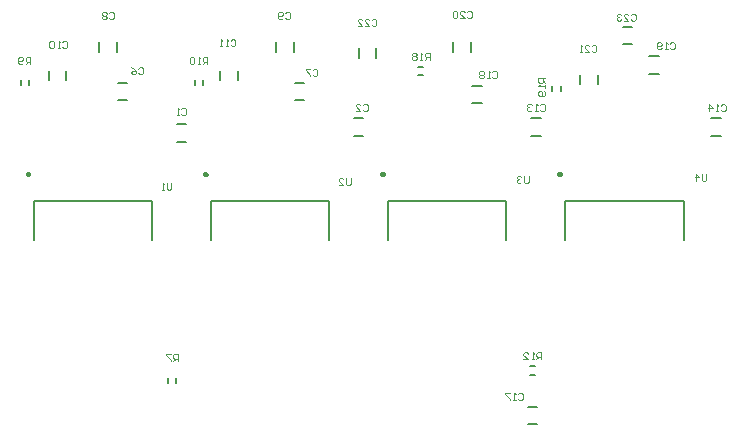
<source format=gbo>
%FSTAX42Y42*%
%MOMM*%
%SFA1B1*%

%IPPOS*%
%ADD44C,0.250000*%
%ADD45C,0.200000*%
%ADD49C,0.120000*%
%LNwhey_agr_agr_pcb-1*%
%LPD*%
G54D44*
X000961Y002224D02*
D01*
X000961Y002225*
X000961Y002226*
X000961Y002227*
X000961Y002228*
X000961Y002229*
X00096Y002229*
X00096Y00223*
X00096Y002231*
X000959Y002232*
X000959Y002232*
X000958Y002233*
X000958Y002233*
X000957Y002234*
X000956Y002234*
X000955Y002235*
X000955Y002235*
X000954Y002236*
X000953Y002236*
X000952Y002236*
X000952Y002236*
X000951Y002236*
X00095Y002236*
X000949*
X000948Y002236*
X000947Y002236*
X000947Y002236*
X000946Y002236*
X000945Y002236*
X000944Y002235*
X000943Y002235*
X000943Y002234*
X000942Y002234*
X000941Y002233*
X000941Y002233*
X00094Y002232*
X00094Y002232*
X000939Y002231*
X000939Y00223*
X000939Y002229*
X000938Y002229*
X000938Y002228*
X000938Y002227*
X000938Y002226*
X000938Y002225*
X000937Y002224*
X000938Y002224*
X000938Y002223*
X000938Y002222*
X000938Y002221*
X000938Y00222*
X000939Y00222*
X000939Y002219*
X000939Y002218*
X00094Y002217*
X00094Y002217*
X000941Y002216*
X000941Y002216*
X000942Y002215*
X000943Y002215*
X000943Y002214*
X000944Y002214*
X000945Y002213*
X000946Y002213*
X000947Y002213*
X000947Y002213*
X000948Y002213*
X000949Y002213*
X00095*
X000951Y002213*
X000952Y002213*
X000952Y002213*
X000953Y002213*
X000954Y002213*
X000955Y002214*
X000955Y002214*
X000956Y002215*
X000957Y002215*
X000958Y002216*
X000958Y002216*
X000959Y002217*
X000959Y002217*
X00096Y002218*
X00096Y002219*
X00096Y00222*
X000961Y00222*
X000961Y002221*
X000961Y002222*
X000961Y002223*
X000961Y002224*
X000961Y002224*
X003961D02*
D01*
X003961Y002225*
X003961Y002226*
X003961Y002227*
X003961Y002228*
X003961Y002229*
X00396Y002229*
X00396Y00223*
X00396Y002231*
X003959Y002232*
X003959Y002232*
X003958Y002233*
X003958Y002233*
X003957Y002234*
X003956Y002234*
X003955Y002235*
X003955Y002235*
X003954Y002236*
X003953Y002236*
X003952Y002236*
X003952Y002236*
X003951Y002236*
X00395Y002236*
X003949*
X003948Y002236*
X003947Y002236*
X003947Y002236*
X003946Y002236*
X003945Y002236*
X003944Y002235*
X003943Y002235*
X003943Y002234*
X003942Y002234*
X003941Y002233*
X003941Y002233*
X00394Y002232*
X00394Y002232*
X003939Y002231*
X003939Y00223*
X003939Y002229*
X003938Y002229*
X003938Y002228*
X003938Y002227*
X003938Y002226*
X003938Y002225*
X003937Y002224*
X003938Y002224*
X003938Y002223*
X003938Y002222*
X003938Y002221*
X003938Y00222*
X003939Y00222*
X003939Y002219*
X003939Y002218*
X00394Y002217*
X00394Y002217*
X003941Y002216*
X003941Y002216*
X003942Y002215*
X003943Y002215*
X003943Y002214*
X003944Y002214*
X003945Y002213*
X003946Y002213*
X003947Y002213*
X003947Y002213*
X003948Y002213*
X003949Y002213*
X00395*
X003951Y002213*
X003952Y002213*
X003952Y002213*
X003953Y002213*
X003954Y002213*
X003955Y002214*
X003955Y002214*
X003956Y002215*
X003957Y002215*
X003958Y002216*
X003958Y002216*
X003959Y002217*
X003959Y002217*
X00396Y002218*
X00396Y002219*
X00396Y00222*
X003961Y00222*
X003961Y002221*
X003961Y002222*
X003961Y002223*
X003961Y002224*
X003961Y002224*
X005461D02*
D01*
X005461Y002225*
X005461Y002226*
X005461Y002227*
X005461Y002228*
X005461Y002229*
X00546Y002229*
X00546Y00223*
X00546Y002231*
X005459Y002232*
X005459Y002232*
X005458Y002233*
X005458Y002233*
X005457Y002234*
X005456Y002234*
X005455Y002235*
X005455Y002235*
X005454Y002236*
X005453Y002236*
X005452Y002236*
X005452Y002236*
X005451Y002236*
X00545Y002236*
X005449*
X005448Y002236*
X005447Y002236*
X005447Y002236*
X005446Y002236*
X005445Y002236*
X005444Y002235*
X005443Y002235*
X005443Y002234*
X005442Y002234*
X005441Y002233*
X005441Y002233*
X00544Y002232*
X00544Y002232*
X005439Y002231*
X005439Y00223*
X005439Y002229*
X005438Y002229*
X005438Y002228*
X005438Y002227*
X005438Y002226*
X005438Y002225*
X005437Y002224*
X005438Y002224*
X005438Y002223*
X005438Y002222*
X005438Y002221*
X005438Y00222*
X005439Y00222*
X005439Y002219*
X005439Y002218*
X00544Y002217*
X00544Y002217*
X005441Y002216*
X005441Y002216*
X005442Y002215*
X005443Y002215*
X005443Y002214*
X005444Y002214*
X005445Y002213*
X005446Y002213*
X005447Y002213*
X005447Y002213*
X005448Y002213*
X005449Y002213*
X00545*
X005451Y002213*
X005452Y002213*
X005452Y002213*
X005453Y002213*
X005454Y002213*
X005455Y002214*
X005455Y002214*
X005456Y002215*
X005457Y002215*
X005458Y002216*
X005458Y002216*
X005459Y002217*
X005459Y002217*
X00546Y002218*
X00546Y002219*
X00546Y00222*
X005461Y00222*
X005461Y002221*
X005461Y002222*
X005461Y002223*
X005461Y002224*
X005461Y002224*
X002461D02*
D01*
X002461Y002225*
X002461Y002226*
X002461Y002227*
X002461Y002228*
X002461Y002229*
X00246Y002229*
X00246Y00223*
X00246Y002231*
X002459Y002232*
X002459Y002232*
X002458Y002233*
X002458Y002233*
X002457Y002234*
X002456Y002234*
X002455Y002235*
X002455Y002235*
X002454Y002236*
X002453Y002236*
X002452Y002236*
X002452Y002236*
X002451Y002236*
X00245Y002236*
X002449*
X002448Y002236*
X002447Y002236*
X002447Y002236*
X002446Y002236*
X002445Y002236*
X002444Y002235*
X002443Y002235*
X002443Y002234*
X002442Y002234*
X002441Y002233*
X002441Y002233*
X00244Y002232*
X00244Y002232*
X002439Y002231*
X002439Y00223*
X002439Y002229*
X002438Y002229*
X002438Y002228*
X002438Y002227*
X002438Y002226*
X002438Y002225*
X002437Y002224*
X002438Y002224*
X002438Y002223*
X002438Y002222*
X002438Y002221*
X002438Y00222*
X002439Y00222*
X002439Y002219*
X002439Y002218*
X00244Y002217*
X00244Y002217*
X002441Y002216*
X002441Y002216*
X002442Y002215*
X002443Y002215*
X002443Y002214*
X002444Y002214*
X002445Y002213*
X002446Y002213*
X002447Y002213*
X002447Y002213*
X002448Y002213*
X002449Y002213*
X00245*
X002451Y002213*
X002452Y002213*
X002452Y002213*
X002453Y002213*
X002454Y002213*
X002455Y002214*
X002455Y002214*
X002456Y002215*
X002457Y002215*
X002458Y002216*
X002458Y002216*
X002459Y002217*
X002459Y002217*
X00246Y002218*
X00246Y002219*
X00246Y00222*
X002461Y00222*
X002461Y002221*
X002461Y002222*
X002461Y002223*
X002461Y002224*
X002461Y002224*
G54D45*
X005984Y003474D02*
X006064D01*
X005984Y003324D02*
X006064D01*
X002364Y002979D02*
Y003019D01*
X002434Y002979D02*
Y003019D01*
X002574D02*
Y003099D01*
X002724Y003019D02*
Y003099D01*
X002203Y00046D02*
Y0005D01*
X002133Y00046D02*
Y0005D01*
X00518Y000255D02*
X00526D01*
X00518Y000105D02*
X00526D01*
X005198Y000596D02*
X005238D01*
X005198Y000527D02*
X005238D01*
X000999Y001664D02*
Y001999D01*
X001999*
Y001664D02*
Y001999D01*
X003999Y001664D02*
Y001999D01*
X004999*
Y001664D02*
Y001999D01*
X005499Y001664D02*
Y001999D01*
X006499*
Y001664D02*
Y001999D01*
X006734Y002699D02*
X006814D01*
X006734Y002549D02*
X006814D01*
X002209Y002649D02*
X002289D01*
X002209Y002499D02*
X002289D01*
X001709Y002849D02*
X001789D01*
X001709Y002999D02*
X001789D01*
X001549Y003259D02*
Y003339D01*
X001699Y003259D02*
Y003339D01*
X001124Y003019D02*
Y003099D01*
X001274Y003019D02*
Y003099D01*
X000889Y002979D02*
Y003019D01*
X000959Y002979D02*
Y003019D01*
X003049Y003259D02*
Y003339D01*
X003199Y003259D02*
Y003339D01*
X003209Y002849D02*
X003289D01*
X003209Y002999D02*
X003289D01*
X003749Y003209D02*
Y003289D01*
X003899Y003209D02*
Y003289D01*
X003709Y002699D02*
X003789D01*
X003709Y002549D02*
X003789D01*
X004254Y003134D02*
X004294D01*
X004254Y003064D02*
X004294D01*
X004709Y002824D02*
X004789D01*
X004709Y002974D02*
X004789D01*
X004549Y003259D02*
Y003339D01*
X004699Y003259D02*
Y003339D01*
X005209Y002699D02*
X005289D01*
X005209Y002549D02*
X005289D01*
X005389Y002929D02*
Y002969D01*
X005459Y002929D02*
Y002969D01*
X006209Y003074D02*
X006289D01*
X006209Y003224D02*
X006289D01*
X005624Y002984D02*
Y003064D01*
X005774Y002984D02*
Y003064D01*
X002499Y001664D02*
Y001999D01*
X003499*
Y001664D02*
Y001999D01*
G54D49*
X006693Y002228D02*
Y002178D01*
X006683Y002168*
X006663*
X006653Y002178*
Y002228*
X006604Y002168D02*
Y002228D01*
X006633Y002198*
X006593*
X005187Y002209D02*
Y002159D01*
X005177Y002149*
X005157*
X005147Y002159*
Y002209*
X005127Y002199D02*
X005117Y002209D01*
X005097*
X005087Y002199*
Y002189*
X005097Y002179*
X005107*
X005097*
X005087Y002169*
Y002159*
X005097Y002149*
X005117*
X005127Y002159*
X002161Y002153D02*
Y002103D01*
X002152Y002093*
X002132*
X002122Y002103*
Y002153*
X002102Y002093D02*
X002082D01*
X002092*
Y002153*
X002102Y002143*
X00533Y003037D02*
X00527D01*
Y003007*
X00528Y002997*
X0053*
X00531Y003007*
Y003037*
Y003017D02*
X00533Y002997D01*
Y002977D02*
Y002957D01*
Y002967*
X00527*
X00528Y002977*
X00532Y002927D02*
X00533Y002917D01*
Y002897*
X00532Y002887*
X00528*
X00527Y002897*
Y002917*
X00528Y002927*
X00529*
X0053Y002917*
Y002887*
X004349Y003193D02*
Y003253D01*
X004319*
X004309Y003243*
Y003223*
X004319Y003213*
X004349*
X004329D02*
X004309Y003193D01*
X004289D02*
X004269D01*
X004279*
Y003253*
X004289Y003243*
X004239D02*
X004229Y003253D01*
X004209*
X004199Y003243*
Y003233*
X004209Y003223*
X004199Y003213*
Y003203*
X004209Y003193*
X004229*
X004239Y003203*
Y003213*
X004229Y003223*
X004239Y003233*
Y003243*
X004229Y003223D02*
X004209D01*
X005293Y000655D02*
Y000715D01*
X005263*
X005253Y000705*
Y000685*
X005263Y000675*
X005293*
X005273D02*
X005253Y000655D01*
X005233D02*
X005213D01*
X005223*
Y000715*
X005233Y000705*
X005143Y000655D02*
X005183D01*
X005143Y000695*
Y000705*
X005153Y000715*
X005173*
X005183Y000705*
X002468Y003155D02*
Y003215D01*
X002438*
X002428Y003205*
Y003185*
X002438Y003175*
X002468*
X002448D02*
X002428Y003155D01*
X002408D02*
X002388D01*
X002398*
Y003215*
X002408Y003205*
X002358D02*
X002348Y003215D01*
X002328*
X002318Y003205*
Y003165*
X002328Y003155*
X002348*
X002358Y003165*
Y003205*
X000968Y003155D02*
Y003215D01*
X000938*
X000928Y003205*
Y003185*
X000938Y003175*
X000968*
X000948D02*
X000928Y003155D01*
X000908Y003165D02*
X000898Y003155D01*
X000878*
X000868Y003165*
Y003205*
X000878Y003215*
X000898*
X000908Y003205*
Y003195*
X000898Y003185*
X000868*
X002218Y000643D02*
Y000703D01*
X002188*
X002178Y000693*
Y000673*
X002188Y000663*
X002218*
X002198D02*
X002178Y000643D01*
X002159Y000703D02*
X002118D01*
Y000693*
X002159Y000653*
Y000643*
X006053Y003574D02*
X006063Y003584D01*
X006083*
X006093Y003574*
Y003534*
X006083Y003524*
X006063*
X006053Y003534*
X005993Y003524D02*
X006033D01*
X005993Y003564*
Y003574*
X006003Y003584*
X006023*
X006033Y003574*
X005973D02*
X005963Y003584D01*
X005943*
X005933Y003574*
Y003564*
X005943Y003554*
X005953*
X005943*
X005933Y003544*
Y003534*
X005943Y003524*
X005963*
X005973Y003534*
X003859Y00353D02*
X003869Y00354D01*
X003889*
X003899Y00353*
Y00349*
X003889Y00348*
X003869*
X003859Y00349*
X003799Y00348D02*
X003839D01*
X003799Y00352*
Y00353*
X00381Y00354*
X003829*
X003839Y00353*
X003739Y00348D02*
X003779D01*
X003739Y00352*
Y00353*
X003749Y00354*
X003769*
X003779Y00353*
X005722Y003305D02*
X005732Y003315D01*
X005752*
X005761Y003305*
Y003265*
X005752Y003255*
X005732*
X005722Y003265*
X005662Y003255D02*
X005702D01*
X005662Y003295*
Y003305*
X005672Y003315*
X005692*
X005702Y003305*
X005642Y003255D02*
X005622D01*
X005632*
Y003315*
X005642Y003305*
X004665Y003593D02*
X004675Y003603D01*
X004695*
X004705Y003593*
Y003553*
X004695Y003543*
X004675*
X004665Y003553*
X004605Y003543D02*
X004645D01*
X004605Y003583*
Y003593*
X004615Y003603*
X004635*
X004645Y003593*
X004585D02*
X004575Y003603D01*
X004555*
X004545Y003593*
Y003553*
X004555Y003543*
X004575*
X004585Y003553*
Y003593*
X006384Y00333D02*
X006394Y00334D01*
X006414*
X006424Y00333*
Y00329*
X006414Y00328*
X006394*
X006384Y00329*
X006364Y00328D02*
X006344D01*
X006354*
Y00334*
X006364Y00333*
X006314Y00329D02*
X006304Y00328D01*
X006284*
X006274Y00329*
Y00333*
X006284Y00334*
X006304*
X006314Y00333*
Y00332*
X006304Y00331*
X006274*
X004878Y003086D02*
X004888Y003096D01*
X004908*
X004918Y003086*
Y003046*
X004908Y003037*
X004888*
X004878Y003046*
X004858Y003037D02*
X004838D01*
X004848*
Y003096*
X004858Y003086*
X004808D02*
X004798Y003096D01*
X004778*
X004768Y003086*
Y003076*
X004778Y003066*
X004768Y003056*
Y003046*
X004778Y003037*
X004798*
X004808Y003046*
Y003056*
X004798Y003066*
X004808Y003076*
Y003086*
X004798Y003066D02*
X004778D01*
X005097Y000361D02*
X005107Y000371D01*
X005127*
X005137Y000361*
Y000321*
X005127Y000311*
X005107*
X005097Y000321*
X005077Y000311D02*
X005057D01*
X005067*
Y000371*
X005077Y000361*
X005027Y000371D02*
X004987D01*
Y000361*
X005027Y000321*
Y000311*
X006815Y002805D02*
X006825Y002815D01*
X006845*
X006855Y002805*
Y002765*
X006845Y002755*
X006825*
X006815Y002765*
X006795Y002755D02*
X006775D01*
X006785*
Y002815*
X006795Y002805*
X006715Y002755D02*
Y002815D01*
X006745Y002785*
X006705*
X005284Y002811D02*
X005294Y002821D01*
X005314*
X005324Y002811*
Y002771*
X005314Y002761*
X005294*
X005284Y002771*
X005264Y002761D02*
X005244D01*
X005254*
Y002821*
X005264Y002811*
X005214D02*
X005204Y002821D01*
X005184*
X005174Y002811*
Y002801*
X005184Y002791*
X005194*
X005184*
X005174Y002781*
Y002771*
X005184Y002761*
X005204*
X005214Y002771*
X002665Y003355D02*
X002675Y003365D01*
X002695*
X002705Y003355*
Y003315*
X002695Y003305*
X002675*
X002665Y003315*
X002645Y003305D02*
X002625D01*
X002635*
Y003365*
X002645Y003355*
X002595Y003305D02*
X002575D01*
X002585*
Y003365*
X002595Y003355*
X00124Y003343D02*
X00125Y003353D01*
X00127*
X00128Y003343*
Y003303*
X00127Y003293*
X00125*
X00124Y003303*
X00122Y003293D02*
X0012D01*
X00121*
Y003353*
X00122Y003343*
X00117D02*
X00116Y003353D01*
X00114*
X00113Y003343*
Y003303*
X00114Y003293*
X00116*
X00117Y003303*
Y003343*
X003128Y003586D02*
X003138Y003596D01*
X003158*
X003168Y003586*
Y003546*
X003158Y003537*
X003138*
X003128Y003546*
X003108D02*
X003098Y003537D01*
X003078*
X003068Y003546*
Y003586*
X003078Y003596*
X003098*
X003108Y003586*
Y003576*
X003098Y003566*
X003068*
X001634Y003586D02*
X001644Y003596D01*
X001664*
X001674Y003586*
Y003546*
X001664Y003537*
X001644*
X001634Y003546*
X001614Y003586D02*
X001604Y003596D01*
X001584*
X001574Y003586*
Y003576*
X001584Y003566*
X001574Y003556*
Y003546*
X001584Y003537*
X001604*
X001614Y003546*
Y003556*
X001604Y003566*
X001614Y003576*
Y003586*
X001604Y003566D02*
X001584D01*
X003359Y003105D02*
X003369Y003115D01*
X003389*
X003399Y003105*
Y003065*
X003389Y003055*
X003369*
X003359Y003065*
X003339Y003115D02*
X003299D01*
Y003105*
X003339Y003065*
Y003055*
X001884Y003118D02*
X001894Y003128D01*
X001914*
X001924Y003118*
Y003078*
X001914Y003068*
X001894*
X001884Y003078*
X001824Y003128D02*
X001844Y003118D01*
X001864Y003098*
Y003078*
X001854Y003068*
X001834*
X001824Y003078*
Y003088*
X001834Y003098*
X001864*
X003784Y002811D02*
X003794Y002821D01*
X003814*
X003824Y002811*
Y002771*
X003814Y002761*
X003794*
X003784Y002771*
X003724Y002761D02*
X003764D01*
X003724Y002801*
Y002811*
X003734Y002821*
X003754*
X003764Y002811*
X002247Y002774D02*
X002257Y002784D01*
X002277*
X002287Y002774*
Y002734*
X002277Y002724*
X002257*
X002247Y002734*
X002227Y002724D02*
X002207D01*
X002217*
Y002784*
X002227Y002774*
X00368Y00219D02*
Y00214D01*
X00367Y00213*
X00365*
X00364Y00214*
Y00219*
X00358Y00213D02*
X00362D01*
X00358Y00217*
Y00218*
X00359Y00219*
X00361*
X00362Y00218*
M02*
</source>
